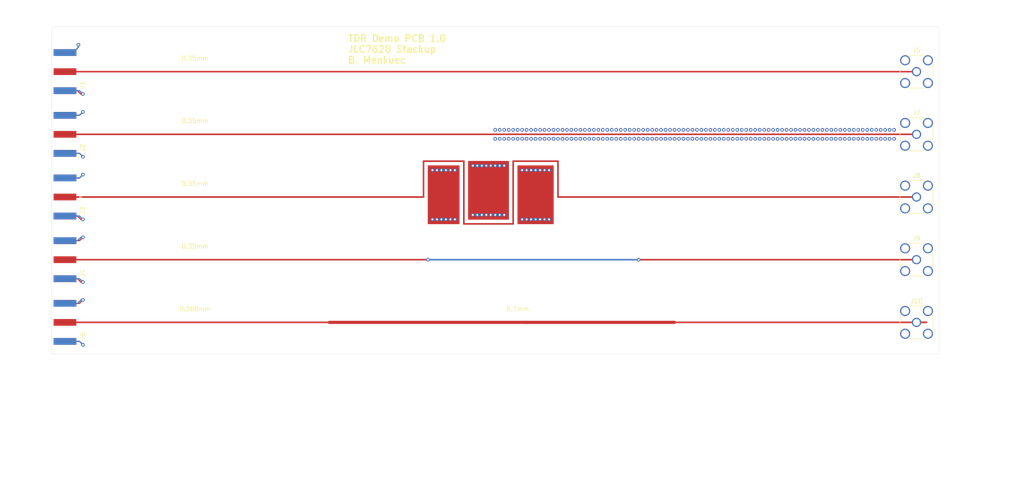
<source format=kicad_pcb>
(kicad_pcb (version 20171130) (host pcbnew "(5.1.4)-1")
  (layers (0 F.Cu signal) (1 In1.Cu power) (2 In2.Cu power) (31 B.Cu signal) (34 B.Paste user) (35 F.Paste user) (36 B.SilkS user hide) (37 F.SilkS user) (38 B.Mask user hide) (39 F.Mask user hide) (44 Edge.Cuts user))
  (net 0 "")
  (net 1 "Net-(J1-Pad1)")
  (net 2 "Net-(J2-Pad1)")
  (net 3 "Net-(J3-Pad1)")
  (net 4 "Net-(J4-Pad1)")
  (net 5 "Net-(J10-Pad1)")
  (net 6 GND)
  (module Connector_Coaxial:SMA_Amphenol_132289_EdgeMount (layer F.Cu) (at 25 86 180)
    (fp_text reference J5 (at -3.96 -3 270) (layer F.SilkS))
    (fp_text value Conn_Coaxial)
    (pad 1 smd rect (at 0 0 270) (size 1.5 5.08) (layers F.Cu F.Paste F.Mask) (net 5 "Net-(J10-Pad1)"))
    (pad 2 smd rect (at 0 -4.25 270) (size 1.5 5.08) (layers F.Cu F.Paste F.Mask) (net 6 GND))
    (pad 2 smd rect (at 0 4.25 270) (size 1.5 5.08) (layers F.Cu F.Paste F.Mask) (net 6 GND))
    (pad 2 smd rect (at 0 -4.25 270) (size 1.5 5.08) (layers B.Cu B.Paste B.Mask) (net 6 GND))
    (pad 2 smd rect (at 0 4.25 270) (size 1.5 5.08) (layers B.Cu B.Paste B.Mask) (net 6 GND))
  )
  (module Connector_Coaxial:SMA_Amphenol_132289_EdgeMount (layer F.Cu) (at 25 72 180)
    (fp_text reference J4 (at -3.96 -3 270) (layer F.SilkS))
    (fp_text value Conn_Coaxial)
    (pad 1 smd rect (at 0 0 270) (size 1.5 5.08) (layers F.Cu F.Paste F.Mask) (net 4 "Net-(J4-Pad1)"))
    (pad 2 smd rect (at 0 -4.25 270) (size 1.5 5.08) (layers F.Cu F.Paste F.Mask) (net 6 GND))
    (pad 2 smd rect (at 0 4.25 270) (size 1.5 5.08) (layers F.Cu F.Paste F.Mask) (net 6 GND))
    (pad 2 smd rect (at 0 -4.25 270) (size 1.5 5.08) (layers B.Cu B.Paste B.Mask) (net 6 GND))
    (pad 2 smd rect (at 0 4.25 270) (size 1.5 5.08) (layers B.Cu B.Paste B.Mask) (net 6 GND))
  )
  (module Connector_Coaxial:SMA_Amphenol_132289_EdgeMount (layer F.Cu) (at 25 30 180)
    (fp_text reference J1 (at -3.96 -3 270) (layer F.SilkS))
    (fp_text value Conn_Coaxial)
    (pad 1 smd rect (at 0 0 270) (size 1.5 5.08) (layers F.Cu F.Paste F.Mask) (net 1 "Net-(J1-Pad1)"))
    (pad 2 smd rect (at 0 -4.25 270) (size 1.5 5.08) (layers F.Cu F.Paste F.Mask) (net 6 GND))
    (pad 2 smd rect (at 0 4.25 270) (size 1.5 5.08) (layers F.Cu F.Paste F.Mask) (net 6 GND))
    (pad 2 smd rect (at 0 -4.25 270) (size 1.5 5.08) (layers B.Cu B.Paste B.Mask) (net 6 GND))
    (pad 2 smd rect (at 0 4.25 270) (size 1.5 5.08) (layers B.Cu B.Paste B.Mask) (net 6 GND))
  )
  (module Connector_Coaxial:SMA_Amphenol_132289_EdgeMount (layer F.Cu) (at 25 44 180)
    (fp_text reference J2 (at -3.96 -3 270) (layer F.SilkS))
    (fp_text value Conn_Coaxial)
    (pad 1 smd rect (at 0 0 270) (size 1.5 5.08) (layers F.Cu F.Paste F.Mask) (net 2 "Net-(J2-Pad1)"))
    (pad 2 smd rect (at 0 -4.25 270) (size 1.5 5.08) (layers F.Cu F.Paste F.Mask) (net 6 GND))
    (pad 2 smd rect (at 0 4.25 270) (size 1.5 5.08) (layers F.Cu F.Paste F.Mask) (net 6 GND))
    (pad 2 smd rect (at 0 -4.25 270) (size 1.5 5.08) (layers B.Cu B.Paste B.Mask) (net 6 GND))
    (pad 2 smd rect (at 0 4.25 270) (size 1.5 5.08) (layers B.Cu B.Paste B.Mask) (net 6 GND))
  )
  (module Connector_Coaxial:SMA_Amphenol_132134_Vertical (layer F.Cu) (at 215 86)
    (fp_text reference J10 (at 0 -4.75) (layer F.SilkS))
    (fp_text value Conn_Coaxial)
    (fp_line (start -1.8 -3.68) (end 1.8 -3.68) (layer F.SilkS) (width 0.12))
    (fp_line (start -1.8 3.68) (end 1.8 3.68) (layer F.SilkS) (width 0.12))
    (fp_line (start 3.68 -1.8) (end 3.68 1.8) (layer F.SilkS) (width 0.12))
    (fp_line (start -3.68 -1.8) (end -3.68 1.8) (layer F.SilkS) (width 0.12))
    (pad 2 thru_hole circle (at -2.54 2.54) (size 2.25 2.25) (drill 1.7) (layers *.Cu *.Mask) (net 6 GND))
    (pad 2 thru_hole circle (at -2.54 -2.54) (size 2.25 2.25) (drill 1.7) (layers *.Cu *.Mask) (net 6 GND))
    (pad 2 thru_hole circle (at 2.54 -2.54) (size 2.25 2.25) (drill 1.7) (layers *.Cu *.Mask) (net 6 GND))
    (pad 2 thru_hole circle (at 2.54 2.54) (size 2.25 2.25) (drill 1.7) (layers *.Cu *.Mask) (net 6 GND))
    (pad 1 thru_hole circle (at 0 0) (size 2.05 2.05) (drill 1.5) (layers *.Cu *.Mask) (net 5 "Net-(J10-Pad1)"))
  )
  (module Connector_Coaxial:SMA_Amphenol_132134_Vertical (layer F.Cu) (at 215 72)
    (fp_text reference J9 (at 0 -4.75) (layer F.SilkS))
    (fp_text value Conn_Coaxial)
    (fp_line (start -1.8 -3.68) (end 1.8 -3.68) (layer F.SilkS) (width 0.12))
    (fp_line (start -1.8 3.68) (end 1.8 3.68) (layer F.SilkS) (width 0.12))
    (fp_line (start 3.68 -1.8) (end 3.68 1.8) (layer F.SilkS) (width 0.12))
    (fp_line (start -3.68 -1.8) (end -3.68 1.8) (layer F.SilkS) (width 0.12))
    (pad 2 thru_hole circle (at -2.54 2.54) (size 2.25 2.25) (drill 1.7) (layers *.Cu *.Mask) (net 6 GND))
    (pad 2 thru_hole circle (at -2.54 -2.54) (size 2.25 2.25) (drill 1.7) (layers *.Cu *.Mask) (net 6 GND))
    (pad 2 thru_hole circle (at 2.54 -2.54) (size 2.25 2.25) (drill 1.7) (layers *.Cu *.Mask) (net 6 GND))
    (pad 2 thru_hole circle (at 2.54 2.54) (size 2.25 2.25) (drill 1.7) (layers *.Cu *.Mask) (net 6 GND))
    (pad 1 thru_hole circle (at 0 0) (size 2.05 2.05) (drill 1.5) (layers *.Cu *.Mask) (net 4 "Net-(J4-Pad1)"))
  )
  (module Connector_Coaxial:SMA_Amphenol_132134_Vertical (layer F.Cu) (at 215 58)
    (fp_text reference J8 (at 0 -4.75) (layer F.SilkS))
    (fp_text value Conn_Coaxial)
    (fp_line (start -1.8 -3.68) (end 1.8 -3.68) (layer F.SilkS) (width 0.12))
    (fp_line (start -1.8 3.68) (end 1.8 3.68) (layer F.SilkS) (width 0.12))
    (fp_line (start 3.68 -1.8) (end 3.68 1.8) (layer F.SilkS) (width 0.12))
    (fp_line (start -3.68 -1.8) (end -3.68 1.8) (layer F.SilkS) (width 0.12))
    (pad 2 thru_hole circle (at -2.54 2.54) (size 2.25 2.25) (drill 1.7) (layers *.Cu *.Mask) (net 6 GND))
    (pad 2 thru_hole circle (at -2.54 -2.54) (size 2.25 2.25) (drill 1.7) (layers *.Cu *.Mask) (net 6 GND))
    (pad 2 thru_hole circle (at 2.54 -2.54) (size 2.25 2.25) (drill 1.7) (layers *.Cu *.Mask) (net 6 GND))
    (pad 2 thru_hole circle (at 2.54 2.54) (size 2.25 2.25) (drill 1.7) (layers *.Cu *.Mask) (net 6 GND))
    (pad 1 thru_hole circle (at 0 0) (size 2.05 2.05) (drill 1.5) (layers *.Cu *.Mask) (net 3 "Net-(J3-Pad1)"))
  )
  (module Connector_Coaxial:SMA_Amphenol_132134_Vertical (layer F.Cu) (at 215 44)
    (fp_text reference J7 (at 0 -4.75) (layer F.SilkS))
    (fp_text value Conn_Coaxial)
    (fp_line (start -1.8 -3.68) (end 1.8 -3.68) (layer F.SilkS) (width 0.12))
    (fp_line (start -1.8 3.68) (end 1.8 3.68) (layer F.SilkS) (width 0.12))
    (fp_line (start 3.68 -1.8) (end 3.68 1.8) (layer F.SilkS) (width 0.12))
    (fp_line (start -3.68 -1.8) (end -3.68 1.8) (layer F.SilkS) (width 0.12))
    (pad 2 thru_hole circle (at -2.54 2.54) (size 2.25 2.25) (drill 1.7) (layers *.Cu *.Mask) (net 6 GND))
    (pad 2 thru_hole circle (at -2.54 -2.54) (size 2.25 2.25) (drill 1.7) (layers *.Cu *.Mask) (net 6 GND))
    (pad 2 thru_hole circle (at 2.54 -2.54) (size 2.25 2.25) (drill 1.7) (layers *.Cu *.Mask) (net 6 GND))
    (pad 2 thru_hole circle (at 2.54 2.54) (size 2.25 2.25) (drill 1.7) (layers *.Cu *.Mask) (net 6 GND))
    (pad 1 thru_hole circle (at 0 0) (size 2.05 2.05) (drill 1.5) (layers *.Cu *.Mask) (net 2 "Net-(J2-Pad1)"))
  )
  (module Connector_Coaxial:SMA_Amphenol_132134_Vertical (layer F.Cu) (at 215 30)
    (fp_text reference J6 (at 0 -4.75) (layer F.SilkS))
    (fp_text value Conn_Coaxial)
    (fp_line (start -1.8 -3.68) (end 1.8 -3.68) (layer F.SilkS) (width 0.12))
    (fp_line (start -1.8 3.68) (end 1.8 3.68) (layer F.SilkS) (width 0.12))
    (fp_line (start 3.68 -1.8) (end 3.68 1.8) (layer F.SilkS) (width 0.12))
    (fp_line (start -3.68 -1.8) (end -3.68 1.8) (layer F.SilkS) (width 0.12))
    (pad 2 thru_hole circle (at -2.54 2.54) (size 2.25 2.25) (drill 1.7) (layers *.Cu *.Mask) (net 6 GND))
    (pad 2 thru_hole circle (at -2.54 -2.54) (size 2.25 2.25) (drill 1.7) (layers *.Cu *.Mask) (net 6 GND))
    (pad 2 thru_hole circle (at 2.54 -2.54) (size 2.25 2.25) (drill 1.7) (layers *.Cu *.Mask) (net 6 GND))
    (pad 2 thru_hole circle (at 2.54 2.54) (size 2.25 2.25) (drill 1.7) (layers *.Cu *.Mask) (net 6 GND))
    (pad 1 thru_hole circle (at 0 0) (size 2.05 2.05) (drill 1.5) (layers *.Cu *.Mask) (net 1 "Net-(J1-Pad1)"))
  )
  (module Connector_Coaxial:SMA_Amphenol_132289_EdgeMount (layer F.Cu) (at 25 58 180)
    (fp_text reference J3 (at -3.96 -3 90) (layer F.SilkS))
    (fp_text value Conn_Coaxial)
    (fp_line (start -3.21 0) (end -3.71 -0.25) (layer F.SilkS) (width 0.12))
    (fp_line (start -3.71 -0.25) (end -3.71 0.25) (layer F.SilkS) (width 0.12))
    (fp_line (start -3.71 0.25) (end -3.21 0) (layer F.SilkS) (width 0.12))
    (pad 1 smd rect (at 0 0 270) (size 1.5 5.08) (layers F.Cu F.Paste F.Mask) (net 3 "Net-(J3-Pad1)"))
    (pad 2 smd rect (at 0 -4.25 270) (size 1.5 5.08) (layers F.Cu F.Paste F.Mask) (net 6 GND))
    (pad 2 smd rect (at 0 4.25 270) (size 1.5 5.08) (layers F.Cu F.Paste F.Mask) (net 6 GND))
    (pad 2 smd rect (at 0 -4.25 270) (size 1.5 5.08) (layers B.Cu B.Paste B.Mask) (net 6 GND))
    (pad 2 smd rect (at 0 4.25 270) (size 1.5 5.08) (layers B.Cu B.Paste B.Mask) (net 6 GND))
  )
  (gr_text 0.35mm (at 54 27) (layer F.SilkS) (effects (font (size 1 1))))
  (gr_text 0.35mm (at 54 41) (layer F.SilkS) (effects (font (size 1 1))))
  (gr_text 0.35mm (at 54 55) (layer F.SilkS) (effects (font (size 1 1))))
  (gr_text 0.35mm (at 54 69) (layer F.SilkS) (effects (font (size 1 1))))
  (gr_text 0.368mm (at 54 83) (layer F.SilkS) (effects (font (size 1 1))))
  (gr_text 0.7mm (at 126 83) (layer F.SilkS) (effects (font (size 1 1))))
  (gr_poly (pts (xy 126 51) (xy 134 51) (xy 134 64) (xy 126 64)) (layer F.Cu) (width 0.1))
  (gr_poly (pts (xy 115 50) (xy 115 63) (xy 124 63) (xy 124 50)) (layer F.Cu) (width 0.1))
  (gr_poly (pts (xy 106 51) (xy 106 64) (xy 113 64) (xy 113 51)) (layer F.Cu) (width 0.1))
  (gr_text "TDR Demo PCB 1.0\nJLC7628 Stackup\nB. Menkuec" (at 88 25) (layer F.SilkS) (effects (font (size 1.5 1.5) (thickness 0.3)) (justify left)))
  (gr_line (start 22 93) (end 22 20) (layer Edge.Cuts) (width 0.05))
  (gr_line (start 220 93) (end 22 93) (layer Edge.Cuts) (width 0.05))
  (gr_line (start 220 20) (end 220 93) (layer Edge.Cuts) (width 0.05))
  (gr_line (start 22 20) (end 220 20) (layer Edge.Cuts) (width 0.05))
  (via (at 107 52) (size 0.8) (drill 0.4) (layers F.Cu B.Cu) (net 0))
  (via (at 108 52) (size 0.8) (drill 0.4) (layers F.Cu B.Cu) (net 0))
  (via (at 109 52) (size 0.8) (drill 0.4) (layers F.Cu B.Cu) (net 0))
  (via (at 112 63) (size 0.8) (drill 0.4) (layers F.Cu B.Cu) (net 0))
  (via (at 111 63) (size 0.8) (drill 0.4) (layers F.Cu B.Cu) (net 0))
  (via (at 110 63) (size 0.8) (drill 0.4) (layers F.Cu B.Cu) (net 0))
  (via (at 109 63) (size 0.8) (drill 0.4) (layers F.Cu B.Cu) (net 0))
  (via (at 108 63) (size 0.8) (drill 0.4) (layers F.Cu B.Cu) (net 0))
  (via (at 107 63) (size 0.8) (drill 0.4) (layers F.Cu B.Cu) (net 0))
  (via (at 110 52) (size 0.8) (drill 0.4) (layers F.Cu B.Cu) (net 0))
  (via (at 111 52) (size 0.8) (drill 0.4) (layers F.Cu B.Cu) (net 0))
  (via (at 112 52) (size 0.8) (drill 0.4) (layers F.Cu B.Cu) (net 0))
  (via (at 116 51) (size 0.8) (drill 0.4) (layers F.Cu B.Cu) (net 0))
  (via (at 117 51) (size 0.8) (drill 0.4) (layers F.Cu B.Cu) (net 0))
  (via (at 118 51) (size 0.8) (drill 0.4) (layers F.Cu B.Cu) (net 0))
  (via (at 119 51) (size 0.8) (drill 0.4) (layers F.Cu B.Cu) (net 0))
  (via (at 120 51) (size 0.8) (drill 0.4) (layers F.Cu B.Cu) (net 0))
  (via (at 121 51) (size 0.8) (drill 0.4) (layers F.Cu B.Cu) (net 0))
  (via (at 122 51) (size 0.8) (drill 0.4) (layers F.Cu B.Cu) (net 0))
  (via (at 123 51) (size 0.8) (drill 0.4) (layers F.Cu B.Cu) (net 0))
  (via (at 123 62) (size 0.8) (drill 0.4) (layers F.Cu B.Cu) (net 0))
  (via (at 122 62) (size 0.8) (drill 0.4) (layers F.Cu B.Cu) (net 0))
  (via (at 121 62) (size 0.8) (drill 0.4) (layers F.Cu B.Cu) (net 0))
  (via (at 120 62) (size 0.8) (drill 0.4) (layers F.Cu B.Cu) (net 0))
  (via (at 119 62) (size 0.8) (drill 0.4) (layers F.Cu B.Cu) (net 0))
  (via (at 118 62) (size 0.8) (drill 0.4) (layers F.Cu B.Cu) (net 0))
  (via (at 117 62) (size 0.8) (drill 0.4) (layers F.Cu B.Cu) (net 0))
  (via (at 116 62) (size 0.8) (drill 0.4) (layers F.Cu B.Cu) (net 0))
  (via (at 127 52) (size 0.8) (drill 0.4) (layers F.Cu B.Cu) (net 0))
  (via (at 128 52) (size 0.8) (drill 0.4) (layers F.Cu B.Cu) (net 0))
  (via (at 129 52) (size 0.8) (drill 0.4) (layers F.Cu B.Cu) (net 0))
  (via (at 130 52) (size 0.8) (drill 0.4) (layers F.Cu B.Cu) (net 0))
  (via (at 131 52) (size 0.8) (drill 0.4) (layers F.Cu B.Cu) (net 0))
  (via (at 132 52) (size 0.8) (drill 0.4) (layers F.Cu B.Cu) (net 0))
  (via (at 133 52) (size 0.8) (drill 0.4) (layers F.Cu B.Cu) (net 0))
  (via (at 133 63) (size 0.8) (drill 0.4) (layers F.Cu B.Cu) (net 0))
  (via (at 132 63) (size 0.8) (drill 0.4) (layers F.Cu B.Cu) (net 0))
  (via (at 131 63) (size 0.8) (drill 0.4) (layers F.Cu B.Cu) (net 0))
  (via (at 130 63) (size 0.8) (drill 0.4) (layers F.Cu B.Cu) (net 0))
  (via (at 129 63) (size 0.8) (drill 0.4) (layers F.Cu B.Cu) (net 0))
  (via (at 128 63) (size 0.8) (drill 0.4) (layers F.Cu B.Cu) (net 0))
  (via (at 127 63) (size 0.8) (drill 0.4) (layers F.Cu B.Cu) (net 0))
  (via (at 121 43) (size 0.8) (drill 0.4) (layers F.Cu B.Cu) (net 0))
  (via (at 122 43) (size 0.8) (drill 0.4) (layers F.Cu B.Cu) (net 0))
  (via (at 123 43) (size 0.8) (drill 0.4) (layers F.Cu B.Cu) (net 0))
  (via (at 124 43) (size 0.8) (drill 0.4) (layers F.Cu B.Cu) (net 0))
  (via (at 125 43) (size 0.8) (drill 0.4) (layers F.Cu B.Cu) (net 0))
  (via (at 126 43) (size 0.8) (drill 0.4) (layers F.Cu B.Cu) (net 0))
  (via (at 127 43) (size 0.8) (drill 0.4) (layers F.Cu B.Cu) (net 0))
  (via (at 128 43) (size 0.8) (drill 0.4) (layers F.Cu B.Cu) (net 0))
  (via (at 129 43) (size 0.8) (drill 0.4) (layers F.Cu B.Cu) (net 0))
  (via (at 130 43) (size 0.8) (drill 0.4) (layers F.Cu B.Cu) (net 0))
  (via (at 131 43) (size 0.8) (drill 0.4) (layers F.Cu B.Cu) (net 0))
  (via (at 132 43) (size 0.8) (drill 0.4) (layers F.Cu B.Cu) (net 0))
  (via (at 133 43) (size 0.8) (drill 0.4) (layers F.Cu B.Cu) (net 0))
  (via (at 134 43) (size 0.8) (drill 0.4) (layers F.Cu B.Cu) (net 0))
  (via (at 135 43) (size 0.8) (drill 0.4) (layers F.Cu B.Cu) (net 0))
  (via (at 136 43) (size 0.8) (drill 0.4) (layers F.Cu B.Cu) (net 0))
  (via (at 137 43) (size 0.8) (drill 0.4) (layers F.Cu B.Cu) (net 0))
  (via (at 138 43) (size 0.8) (drill 0.4) (layers F.Cu B.Cu) (net 0))
  (via (at 139 43) (size 0.8) (drill 0.4) (layers F.Cu B.Cu) (net 0))
  (via (at 140 43) (size 0.8) (drill 0.4) (layers F.Cu B.Cu) (net 0))
  (via (at 141 43) (size 0.8) (drill 0.4) (layers F.Cu B.Cu) (net 0))
  (via (at 142 43) (size 0.8) (drill 0.4) (layers F.Cu B.Cu) (net 0))
  (via (at 149 43) (size 0.8) (drill 0.4) (layers F.Cu B.Cu) (net 0))
  (via (at 147 43) (size 0.8) (drill 0.4) (layers F.Cu B.Cu) (net 0))
  (via (at 143 43) (size 0.8) (drill 0.4) (layers F.Cu B.Cu) (net 0))
  (via (at 144 43) (size 0.8) (drill 0.4) (layers F.Cu B.Cu) (net 0))
  (via (at 145 43) (size 0.8) (drill 0.4) (layers F.Cu B.Cu) (net 0))
  (via (at 146 43) (size 0.8) (drill 0.4) (layers F.Cu B.Cu) (net 0))
  (via (at 148 43) (size 0.8) (drill 0.4) (layers F.Cu B.Cu) (net 0))
  (via (at 156 43) (size 0.8) (drill 0.4) (layers F.Cu B.Cu) (net 0))
  (via (at 154 43) (size 0.8) (drill 0.4) (layers F.Cu B.Cu) (net 0))
  (via (at 163 43) (size 0.8) (drill 0.4) (layers F.Cu B.Cu) (net 0))
  (via (at 155 43) (size 0.8) (drill 0.4) (layers F.Cu B.Cu) (net 0))
  (via (at 151 43) (size 0.8) (drill 0.4) (layers F.Cu B.Cu) (net 0))
  (via (at 158 43) (size 0.8) (drill 0.4) (layers F.Cu B.Cu) (net 0))
  (via (at 160 43) (size 0.8) (drill 0.4) (layers F.Cu B.Cu) (net 0))
  (via (at 161 43) (size 0.8) (drill 0.4) (layers F.Cu B.Cu) (net 0))
  (via (at 152 43) (size 0.8) (drill 0.4) (layers F.Cu B.Cu) (net 0))
  (via (at 153 43) (size 0.8) (drill 0.4) (layers F.Cu B.Cu) (net 0))
  (via (at 150 43) (size 0.8) (drill 0.4) (layers F.Cu B.Cu) (net 0))
  (via (at 162 43) (size 0.8) (drill 0.4) (layers F.Cu B.Cu) (net 0))
  (via (at 159 43) (size 0.8) (drill 0.4) (layers F.Cu B.Cu) (net 0))
  (via (at 164 43) (size 0.8) (drill 0.4) (layers F.Cu B.Cu) (net 0))
  (via (at 157 43) (size 0.8) (drill 0.4) (layers F.Cu B.Cu) (net 0))
  (via (at 171 43) (size 0.8) (drill 0.4) (layers F.Cu B.Cu) (net 0))
  (via (at 169 43) (size 0.8) (drill 0.4) (layers F.Cu B.Cu) (net 0))
  (via (at 165 43) (size 0.8) (drill 0.4) (layers F.Cu B.Cu) (net 0))
  (via (at 166 43) (size 0.8) (drill 0.4) (layers F.Cu B.Cu) (net 0))
  (via (at 167 43) (size 0.8) (drill 0.4) (layers F.Cu B.Cu) (net 0))
  (via (at 168 43) (size 0.8) (drill 0.4) (layers F.Cu B.Cu) (net 0))
  (via (at 170 43) (size 0.8) (drill 0.4) (layers F.Cu B.Cu) (net 0))
  (via (at 178 43) (size 0.8) (drill 0.4) (layers F.Cu B.Cu) (net 0))
  (via (at 176 43) (size 0.8) (drill 0.4) (layers F.Cu B.Cu) (net 0))
  (via (at 185 43) (size 0.8) (drill 0.4) (layers F.Cu B.Cu) (net 0))
  (via (at 177 43) (size 0.8) (drill 0.4) (layers F.Cu B.Cu) (net 0))
  (via (at 173 43) (size 0.8) (drill 0.4) (layers F.Cu B.Cu) (net 0))
  (via (at 180 43) (size 0.8) (drill 0.4) (layers F.Cu B.Cu) (net 0))
  (via (at 182 43) (size 0.8) (drill 0.4) (layers F.Cu B.Cu) (net 0))
  (via (at 183 43) (size 0.8) (drill 0.4) (layers F.Cu B.Cu) (net 0))
  (via (at 174 43) (size 0.8) (drill 0.4) (layers F.Cu B.Cu) (net 0))
  (via (at 175 43) (size 0.8) (drill 0.4) (layers F.Cu B.Cu) (net 0))
  (via (at 172 43) (size 0.8) (drill 0.4) (layers F.Cu B.Cu) (net 0))
  (via (at 184 43) (size 0.8) (drill 0.4) (layers F.Cu B.Cu) (net 0))
  (via (at 181 43) (size 0.8) (drill 0.4) (layers F.Cu B.Cu) (net 0))
  (via (at 186 43) (size 0.8) (drill 0.4) (layers F.Cu B.Cu) (net 0))
  (via (at 179 43) (size 0.8) (drill 0.4) (layers F.Cu B.Cu) (net 0))
  (via (at 127 45) (size 0.8) (drill 0.4) (layers F.Cu B.Cu) (net 0))
  (via (at 125 45) (size 0.8) (drill 0.4) (layers F.Cu B.Cu) (net 0))
  (via (at 121 45) (size 0.8) (drill 0.4) (layers F.Cu B.Cu) (net 0))
  (via (at 122 45) (size 0.8) (drill 0.4) (layers F.Cu B.Cu) (net 0))
  (via (at 123 45) (size 0.8) (drill 0.4) (layers F.Cu B.Cu) (net 0))
  (via (at 124 45) (size 0.8) (drill 0.4) (layers F.Cu B.Cu) (net 0))
  (via (at 126 45) (size 0.8) (drill 0.4) (layers F.Cu B.Cu) (net 0))
  (via (at 134 45) (size 0.8) (drill 0.4) (layers F.Cu B.Cu) (net 0))
  (via (at 132 45) (size 0.8) (drill 0.4) (layers F.Cu B.Cu) (net 0))
  (via (at 141 45) (size 0.8) (drill 0.4) (layers F.Cu B.Cu) (net 0))
  (via (at 133 45) (size 0.8) (drill 0.4) (layers F.Cu B.Cu) (net 0))
  (via (at 129 45) (size 0.8) (drill 0.4) (layers F.Cu B.Cu) (net 0))
  (via (at 136 45) (size 0.8) (drill 0.4) (layers F.Cu B.Cu) (net 0))
  (via (at 138 45) (size 0.8) (drill 0.4) (layers F.Cu B.Cu) (net 0))
  (via (at 139 45) (size 0.8) (drill 0.4) (layers F.Cu B.Cu) (net 0))
  (via (at 130 45) (size 0.8) (drill 0.4) (layers F.Cu B.Cu) (net 0))
  (via (at 131 45) (size 0.8) (drill 0.4) (layers F.Cu B.Cu) (net 0))
  (via (at 128 45) (size 0.8) (drill 0.4) (layers F.Cu B.Cu) (net 0))
  (via (at 140 45) (size 0.8) (drill 0.4) (layers F.Cu B.Cu) (net 0))
  (via (at 137 45) (size 0.8) (drill 0.4) (layers F.Cu B.Cu) (net 0))
  (via (at 142 45) (size 0.8) (drill 0.4) (layers F.Cu B.Cu) (net 0))
  (via (at 135 45) (size 0.8) (drill 0.4) (layers F.Cu B.Cu) (net 0))
  (via (at 149 45) (size 0.8) (drill 0.4) (layers F.Cu B.Cu) (net 0))
  (via (at 147 45) (size 0.8) (drill 0.4) (layers F.Cu B.Cu) (net 0))
  (via (at 143 45) (size 0.8) (drill 0.4) (layers F.Cu B.Cu) (net 0))
  (via (at 144 45) (size 0.8) (drill 0.4) (layers F.Cu B.Cu) (net 0))
  (via (at 145 45) (size 0.8) (drill 0.4) (layers F.Cu B.Cu) (net 0))
  (via (at 146 45) (size 0.8) (drill 0.4) (layers F.Cu B.Cu) (net 0))
  (via (at 148 45) (size 0.8) (drill 0.4) (layers F.Cu B.Cu) (net 0))
  (via (at 156 45) (size 0.8) (drill 0.4) (layers F.Cu B.Cu) (net 0))
  (via (at 154 45) (size 0.8) (drill 0.4) (layers F.Cu B.Cu) (net 0))
  (via (at 163 45) (size 0.8) (drill 0.4) (layers F.Cu B.Cu) (net 0))
  (via (at 155 45) (size 0.8) (drill 0.4) (layers F.Cu B.Cu) (net 0))
  (via (at 151 45) (size 0.8) (drill 0.4) (layers F.Cu B.Cu) (net 0))
  (via (at 158 45) (size 0.8) (drill 0.4) (layers F.Cu B.Cu) (net 0))
  (via (at 160 45) (size 0.8) (drill 0.4) (layers F.Cu B.Cu) (net 0))
  (via (at 161 45) (size 0.8) (drill 0.4) (layers F.Cu B.Cu) (net 0))
  (via (at 152 45) (size 0.8) (drill 0.4) (layers F.Cu B.Cu) (net 0))
  (via (at 153 45) (size 0.8) (drill 0.4) (layers F.Cu B.Cu) (net 0))
  (via (at 150 45) (size 0.8) (drill 0.4) (layers F.Cu B.Cu) (net 0))
  (via (at 162 45) (size 0.8) (drill 0.4) (layers F.Cu B.Cu) (net 0))
  (via (at 159 45) (size 0.8) (drill 0.4) (layers F.Cu B.Cu) (net 0))
  (via (at 164 45) (size 0.8) (drill 0.4) (layers F.Cu B.Cu) (net 0))
  (via (at 157 45) (size 0.8) (drill 0.4) (layers F.Cu B.Cu) (net 0))
  (via (at 171 45) (size 0.8) (drill 0.4) (layers F.Cu B.Cu) (net 0))
  (via (at 169 45) (size 0.8) (drill 0.4) (layers F.Cu B.Cu) (net 0))
  (via (at 165 45) (size 0.8) (drill 0.4) (layers F.Cu B.Cu) (net 0))
  (via (at 166 45) (size 0.8) (drill 0.4) (layers F.Cu B.Cu) (net 0))
  (via (at 167 45) (size 0.8) (drill 0.4) (layers F.Cu B.Cu) (net 0))
  (via (at 168 45) (size 0.8) (drill 0.4) (layers F.Cu B.Cu) (net 0))
  (via (at 170 45) (size 0.8) (drill 0.4) (layers F.Cu B.Cu) (net 0))
  (via (at 178 45) (size 0.8) (drill 0.4) (layers F.Cu B.Cu) (net 0))
  (via (at 176 45) (size 0.8) (drill 0.4) (layers F.Cu B.Cu) (net 0))
  (via (at 185 45) (size 0.8) (drill 0.4) (layers F.Cu B.Cu) (net 0))
  (via (at 177 45) (size 0.8) (drill 0.4) (layers F.Cu B.Cu) (net 0))
  (via (at 173 45) (size 0.8) (drill 0.4) (layers F.Cu B.Cu) (net 0))
  (via (at 180 45) (size 0.8) (drill 0.4) (layers F.Cu B.Cu) (net 0))
  (via (at 182 45) (size 0.8) (drill 0.4) (layers F.Cu B.Cu) (net 0))
  (via (at 183 45) (size 0.8) (drill 0.4) (layers F.Cu B.Cu) (net 0))
  (via (at 174 45) (size 0.8) (drill 0.4) (layers F.Cu B.Cu) (net 0))
  (via (at 175 45) (size 0.8) (drill 0.4) (layers F.Cu B.Cu) (net 0))
  (via (at 172 45) (size 0.8) (drill 0.4) (layers F.Cu B.Cu) (net 0))
  (via (at 184 45) (size 0.8) (drill 0.4) (layers F.Cu B.Cu) (net 0))
  (via (at 181 45) (size 0.8) (drill 0.4) (layers F.Cu B.Cu) (net 0))
  (via (at 186 45) (size 0.8) (drill 0.4) (layers F.Cu B.Cu) (net 0))
  (via (at 179 45) (size 0.8) (drill 0.4) (layers F.Cu B.Cu) (net 0))
  (via (at 193 43) (size 0.8) (drill 0.4) (layers F.Cu B.Cu) (net 0))
  (via (at 191 43) (size 0.8) (drill 0.4) (layers F.Cu B.Cu) (net 0))
  (via (at 187 43) (size 0.8) (drill 0.4) (layers F.Cu B.Cu) (net 0))
  (via (at 188 43) (size 0.8) (drill 0.4) (layers F.Cu B.Cu) (net 0))
  (via (at 189 43) (size 0.8) (drill 0.4) (layers F.Cu B.Cu) (net 0))
  (via (at 190 43) (size 0.8) (drill 0.4) (layers F.Cu B.Cu) (net 0))
  (via (at 192 43) (size 0.8) (drill 0.4) (layers F.Cu B.Cu) (net 0))
  (via (at 200 43) (size 0.8) (drill 0.4) (layers F.Cu B.Cu) (net 0))
  (via (at 198 43) (size 0.8) (drill 0.4) (layers F.Cu B.Cu) (net 0))
  (via (at 207 43) (size 0.8) (drill 0.4) (layers F.Cu B.Cu) (net 0))
  (via (at 199 43) (size 0.8) (drill 0.4) (layers F.Cu B.Cu) (net 0))
  (via (at 195 43) (size 0.8) (drill 0.4) (layers F.Cu B.Cu) (net 0))
  (via (at 202 43) (size 0.8) (drill 0.4) (layers F.Cu B.Cu) (net 0))
  (via (at 204 43) (size 0.8) (drill 0.4) (layers F.Cu B.Cu) (net 0))
  (via (at 205 43) (size 0.8) (drill 0.4) (layers F.Cu B.Cu) (net 0))
  (via (at 196 43) (size 0.8) (drill 0.4) (layers F.Cu B.Cu) (net 0))
  (via (at 197 43) (size 0.8) (drill 0.4) (layers F.Cu B.Cu) (net 0))
  (via (at 194 43) (size 0.8) (drill 0.4) (layers F.Cu B.Cu) (net 0))
  (via (at 206 43) (size 0.8) (drill 0.4) (layers F.Cu B.Cu) (net 0))
  (via (at 203 43) (size 0.8) (drill 0.4) (layers F.Cu B.Cu) (net 0))
  (via (at 208 43) (size 0.8) (drill 0.4) (layers F.Cu B.Cu) (net 0))
  (via (at 201 43) (size 0.8) (drill 0.4) (layers F.Cu B.Cu) (net 0))
  (via (at 193 45) (size 0.8) (drill 0.4) (layers F.Cu B.Cu) (net 0))
  (via (at 191 45) (size 0.8) (drill 0.4) (layers F.Cu B.Cu) (net 0))
  (via (at 187 45) (size 0.8) (drill 0.4) (layers F.Cu B.Cu) (net 0))
  (via (at 188 45) (size 0.8) (drill 0.4) (layers F.Cu B.Cu) (net 0))
  (via (at 189 45) (size 0.8) (drill 0.4) (layers F.Cu B.Cu) (net 0))
  (via (at 190 45) (size 0.8) (drill 0.4) (layers F.Cu B.Cu) (net 0))
  (via (at 192 45) (size 0.8) (drill 0.4) (layers F.Cu B.Cu) (net 0))
  (via (at 200 45) (size 0.8) (drill 0.4) (layers F.Cu B.Cu) (net 0))
  (via (at 198 45) (size 0.8) (drill 0.4) (layers F.Cu B.Cu) (net 0))
  (via (at 207 45) (size 0.8) (drill 0.4) (layers F.Cu B.Cu) (net 0))
  (via (at 199 45) (size 0.8) (drill 0.4) (layers F.Cu B.Cu) (net 0))
  (via (at 195 45) (size 0.8) (drill 0.4) (layers F.Cu B.Cu) (net 0))
  (via (at 202 45) (size 0.8) (drill 0.4) (layers F.Cu B.Cu) (net 0))
  (via (at 204 45) (size 0.8) (drill 0.4) (layers F.Cu B.Cu) (net 0))
  (via (at 205 45) (size 0.8) (drill 0.4) (layers F.Cu B.Cu) (net 0))
  (via (at 196 45) (size 0.8) (drill 0.4) (layers F.Cu B.Cu) (net 0))
  (via (at 197 45) (size 0.8) (drill 0.4) (layers F.Cu B.Cu) (net 0))
  (via (at 194 45) (size 0.8) (drill 0.4) (layers F.Cu B.Cu) (net 0))
  (via (at 206 45) (size 0.8) (drill 0.4) (layers F.Cu B.Cu) (net 0))
  (via (at 203 45) (size 0.8) (drill 0.4) (layers F.Cu B.Cu) (net 0))
  (via (at 208 45) (size 0.8) (drill 0.4) (layers F.Cu B.Cu) (net 0))
  (via (at 201 45) (size 0.8) (drill 0.4) (layers F.Cu B.Cu) (net 0))
  (via (at 209 43) (size 0.8) (drill 0.4) (layers F.Cu B.Cu) (net 0))
  (via (at 210 43) (size 0.8) (drill 0.4) (layers F.Cu B.Cu) (net 0))
  (via (at 210 45) (size 0.8) (drill 0.4) (layers F.Cu B.Cu) (net 0))
  (via (at 209 45) (size 0.8) (drill 0.4) (layers F.Cu B.Cu) (net 0))
  (segment (start 25 30) (end 215 30) (width 0.35) (layer F.Cu) (net 1))
  (via (at 28 24) (size 0.8) (drill 0.4) (layers F.Cu B.Cu) (net 6))
  (segment (start 28 24.54) (end 28 24) (width 0.25) (layer F.Cu) (net 6))
  (segment (start 25 25.75) (end 26.79 25.75) (width 0.25) (layer F.Cu) (net 6))
  (segment (start 26.79 25.75) (end 28 24.54) (width 0.25) (layer F.Cu) (net 6))
  (via (at 29 35) (size 0.8) (drill 0.4) (layers F.Cu B.Cu) (net 6))
  (segment (start 28.54 35) (end 29 35) (width 0.25) (layer F.Cu) (net 6))
  (segment (start 25 34.25) (end 27.79 34.25) (width 0.25) (layer F.Cu) (net 6))
  (segment (start 27.79 34.25) (end 28.54 35) (width 0.25) (layer F.Cu) (net 6))
  (segment (start 28 24.54) (end 28 24) (width 0.25) (layer B.Cu) (net 6))
  (segment (start 26.79 25.75) (end 28 24.54) (width 0.25) (layer B.Cu) (net 6))
  (segment (start 25 25.75) (end 26.79 25.75) (width 0.25) (layer B.Cu) (net 6))
  (segment (start 28.25 34.25) (end 29 35) (width 0.25) (layer B.Cu) (net 6))
  (segment (start 25 34.25) (end 28.25 34.25) (width 0.25) (layer B.Cu) (net 6))
  (segment (start 25 44) (end 214 44) (width 0.35) (layer F.Cu) (net 2))
  (via (at 29 39) (size 0.8) (drill 0.4) (layers F.Cu B.Cu) (net 6))
  (segment (start 25 39.75) (end 28.25 39.75) (width 0.25) (layer B.Cu) (net 6))
  (segment (start 28.25 39.75) (end 29 39) (width 0.25) (layer B.Cu) (net 6))
  (segment (start 28.25 39.75) (end 29 39) (width 0.25) (layer F.Cu) (net 6))
  (segment (start 25 39.75) (end 28.25 39.75) (width 0.25) (layer F.Cu) (net 6))
  (via (at 29 49) (size 0.8) (drill 0.4) (layers F.Cu B.Cu) (net 6))
  (segment (start 25 48.25) (end 28.25 48.25) (width 0.25) (layer F.Cu) (net 6))
  (segment (start 28.25 48.25) (end 29 49) (width 0.25) (layer F.Cu) (net 6))
  (segment (start 28.25 48.25) (end 25 48.25) (width 0.25) (layer B.Cu) (net 6))
  (segment (start 29 49) (end 28.25 48.25) (width 0.25) (layer B.Cu) (net 6))
  (segment (start 25 58) (end 105 58) (width 0.35) (layer F.Cu) (net 3))
  (segment (start 105 58) (end 105 50) (width 0.35) (layer F.Cu) (net 3))
  (segment (start 105 50) (end 114 50) (width 0.35) (layer F.Cu) (net 3))
  (segment (start 114 50) (end 114 64) (width 0.35) (layer F.Cu) (net 3))
  (segment (start 114 64) (end 125 64) (width 0.35) (layer F.Cu) (net 3))
  (segment (start 125 64) (end 125 50) (width 0.35) (layer F.Cu) (net 3))
  (segment (start 125 50) (end 135 50) (width 0.35) (layer F.Cu) (net 3))
  (segment (start 135 50) (end 135 58) (width 0.35) (layer F.Cu) (net 3))
  (segment (start 135 58) (end 215 58) (width 0.35) (layer F.Cu) (net 3))
  (via (at 29 53) (size 0.8) (drill 0.4) (layers F.Cu B.Cu) (net 6))
  (segment (start 25 53.75) (end 28.25 53.75) (width 0.25) (layer B.Cu) (net 6))
  (segment (start 28.25 53.75) (end 29 53) (width 0.25) (layer B.Cu) (net 6))
  (segment (start 28.25 53.75) (end 29 53) (width 0.25) (layer F.Cu) (net 6))
  (segment (start 25 53.75) (end 28.25 53.75) (width 0.25) (layer F.Cu) (net 6))
  (segment (start 27.79 62.25) (end 28.54 63) (width 0.25) (layer F.Cu) (net 6))
  (segment (start 25 62.25) (end 27.79 62.25) (width 0.25) (layer F.Cu) (net 6))
  (via (at 29 63) (size 0.8) (drill 0.4) (layers F.Cu B.Cu) (net 6))
  (segment (start 28.54 63) (end 29 63) (width 0.25) (layer F.Cu) (net 6))
  (segment (start 27.79 62.25) (end 25 62.25) (width 0.25) (layer B.Cu) (net 6))
  (segment (start 29 63) (end 28.25 62.25) (width 0.25) (layer B.Cu) (net 6))
  (segment (start 28.25 62.25) (end 27.79 62.25) (width 0.25) (layer B.Cu) (net 6))
  (segment (start 25 72) (end 106 72) (width 0.35) (layer F.Cu) (net 4))
  (via (at 106 72) (size 0.8) (drill 0.4) (layers F.Cu B.Cu) (net 4))
  (segment (start 106 72) (end 153 72) (width 0.35) (layer B.Cu) (net 4))
  (via (at 153 72) (size 0.8) (drill 0.4) (layers F.Cu B.Cu) (net 4))
  (segment (start 153 72) (end 215 72) (width 0.35) (layer F.Cu) (net 4))
  (segment (start 25 86) (end 84 86) (width 0.36846) (layer F.Cu) (net 5))
  (segment (start 84 86) (end 128 86) (width 0.7) (layer F.Cu) (net 5))
  (segment (start 128 86) (end 161 86) (width 0.7) (layer F.Cu) (net 5))
  (segment (start 217.233663 86) (end 215 86) (width 0.36846) (layer F.Cu) (net 5))
  (segment (start 161 86) (end 217.233663 86) (width 0.36846) (layer F.Cu) (net 5))
  (segment (start 27.79 67.75) (end 28.54 67) (width 0.25) (layer B.Cu) (net 6))
  (segment (start 25 67.75) (end 27.79 67.75) (width 0.25) (layer B.Cu) (net 6))
  (via (at 29 67) (size 0.8) (drill 0.4) (layers F.Cu B.Cu) (net 6))
  (segment (start 28.54 67) (end 29 67) (width 0.25) (layer B.Cu) (net 6))
  (segment (start 27.79 76.25) (end 28.54 77) (width 0.25) (layer F.Cu) (net 6))
  (segment (start 25 76.25) (end 27.79 76.25) (width 0.25) (layer F.Cu) (net 6))
  (via (at 29 77) (size 0.8) (drill 0.4) (layers F.Cu B.Cu) (net 6))
  (segment (start 28.54 77) (end 29 77) (width 0.25) (layer F.Cu) (net 6))
  (segment (start 27.79 67.75) (end 25 67.75) (width 0.25) (layer F.Cu) (net 6))
  (segment (start 29 67) (end 28.25 67.75) (width 0.25) (layer F.Cu) (net 6))
  (segment (start 28.25 67.75) (end 27.79 67.75) (width 0.25) (layer F.Cu) (net 6))
  (segment (start 27.79 76.25) (end 25 76.25) (width 0.25) (layer B.Cu) (net 6))
  (segment (start 29 77) (end 28.25 76.25) (width 0.25) (layer B.Cu) (net 6))
  (segment (start 28.25 76.25) (end 27.79 76.25) (width 0.25) (layer B.Cu) (net 6))
  (segment (start 27.79 81.75) (end 28.54 81) (width 0.25) (layer B.Cu) (net 6))
  (segment (start 25 81.75) (end 27.79 81.75) (width 0.25) (layer B.Cu) (net 6))
  (via (at 29 81) (size 0.8) (drill 0.4) (layers F.Cu B.Cu) (net 6))
  (segment (start 28.54 81) (end 29 81) (width 0.25) (layer B.Cu) (net 6))
  (via (at 29 91) (size 0.8) (drill 0.4) (layers F.Cu B.Cu) (net 6))
  (segment (start 25 90.25) (end 28.25 90.25) (width 0.25) (layer F.Cu) (net 6))
  (segment (start 28.25 90.25) (end 29 91) (width 0.25) (layer F.Cu) (net 6))
  (segment (start 26.75 81.75) (end 25 81.75) (width 0.25) (layer F.Cu) (net 6))
  (segment (start 29 81) (end 28.25 81.75) (width 0.25) (layer F.Cu) (net 6))
  (segment (start 28.25 81.75) (end 26.75 81.75) (width 0.25) (layer F.Cu) (net 6))
  (segment (start 27.79 90.25) (end 25 90.25) (width 0.25) (layer B.Cu) (net 6))
  (segment (start 29 91) (end 28.25 90.25) (width 0.25) (layer B.Cu) (net 6))
  (segment (start 28.25 90.25) (end 27.79 90.25) (width 0.25) (layer B.Cu) (net 6))
)
</source>
